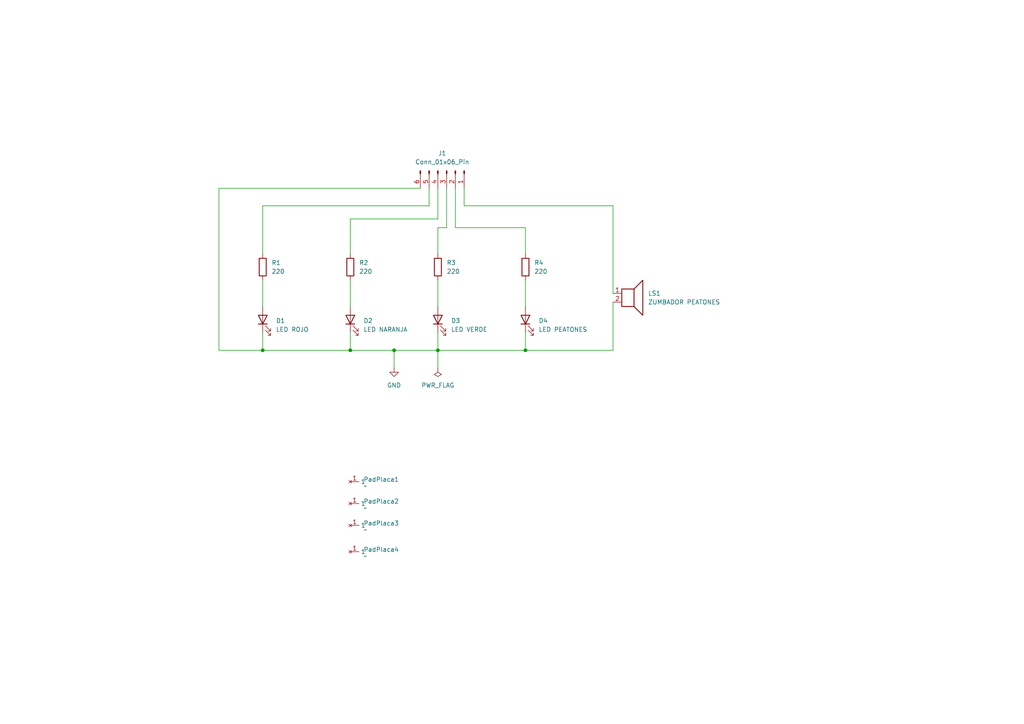
<source format=kicad_sch>
(kicad_sch
	(version 20250114)
	(generator "eeschema")
	(generator_version "9.0")
	(uuid "b26c81b8-7b64-42a2-9ffd-d63d4a1d03e7")
	(paper "A4")
	(title_block
		(title "Simulador semaforo con arduino")
		(date "2025-12-15")
		(rev "1.0")
		(company "Kits de electronica")
	)
	(lib_symbols
		(symbol "Connector:Conn_01x06_Pin"
			(pin_names
				(offset 1.016)
				(hide yes)
			)
			(exclude_from_sim no)
			(in_bom yes)
			(on_board yes)
			(property "Reference" "J"
				(at 0 7.62 0)
				(effects
					(font
						(size 1.27 1.27)
					)
				)
			)
			(property "Value" "Conn_01x06_Pin"
				(at 0 -10.16 0)
				(effects
					(font
						(size 1.27 1.27)
					)
				)
			)
			(property "Footprint" ""
				(at 0 0 0)
				(effects
					(font
						(size 1.27 1.27)
					)
					(hide yes)
				)
			)
			(property "Datasheet" "~"
				(at 0 0 0)
				(effects
					(font
						(size 1.27 1.27)
					)
					(hide yes)
				)
			)
			(property "Description" "Generic connector, single row, 01x06, script generated"
				(at 0 0 0)
				(effects
					(font
						(size 1.27 1.27)
					)
					(hide yes)
				)
			)
			(property "ki_locked" ""
				(at 0 0 0)
				(effects
					(font
						(size 1.27 1.27)
					)
				)
			)
			(property "ki_keywords" "connector"
				(at 0 0 0)
				(effects
					(font
						(size 1.27 1.27)
					)
					(hide yes)
				)
			)
			(property "ki_fp_filters" "Connector*:*_1x??_*"
				(at 0 0 0)
				(effects
					(font
						(size 1.27 1.27)
					)
					(hide yes)
				)
			)
			(symbol "Conn_01x06_Pin_1_1"
				(rectangle
					(start 0.8636 5.207)
					(end 0 4.953)
					(stroke
						(width 0.1524)
						(type default)
					)
					(fill
						(type outline)
					)
				)
				(rectangle
					(start 0.8636 2.667)
					(end 0 2.413)
					(stroke
						(width 0.1524)
						(type default)
					)
					(fill
						(type outline)
					)
				)
				(rectangle
					(start 0.8636 0.127)
					(end 0 -0.127)
					(stroke
						(width 0.1524)
						(type default)
					)
					(fill
						(type outline)
					)
				)
				(rectangle
					(start 0.8636 -2.413)
					(end 0 -2.667)
					(stroke
						(width 0.1524)
						(type default)
					)
					(fill
						(type outline)
					)
				)
				(rectangle
					(start 0.8636 -4.953)
					(end 0 -5.207)
					(stroke
						(width 0.1524)
						(type default)
					)
					(fill
						(type outline)
					)
				)
				(rectangle
					(start 0.8636 -7.493)
					(end 0 -7.747)
					(stroke
						(width 0.1524)
						(type default)
					)
					(fill
						(type outline)
					)
				)
				(polyline
					(pts
						(xy 1.27 5.08) (xy 0.8636 5.08)
					)
					(stroke
						(width 0.1524)
						(type default)
					)
					(fill
						(type none)
					)
				)
				(polyline
					(pts
						(xy 1.27 2.54) (xy 0.8636 2.54)
					)
					(stroke
						(width 0.1524)
						(type default)
					)
					(fill
						(type none)
					)
				)
				(polyline
					(pts
						(xy 1.27 0) (xy 0.8636 0)
					)
					(stroke
						(width 0.1524)
						(type default)
					)
					(fill
						(type none)
					)
				)
				(polyline
					(pts
						(xy 1.27 -2.54) (xy 0.8636 -2.54)
					)
					(stroke
						(width 0.1524)
						(type default)
					)
					(fill
						(type none)
					)
				)
				(polyline
					(pts
						(xy 1.27 -5.08) (xy 0.8636 -5.08)
					)
					(stroke
						(width 0.1524)
						(type default)
					)
					(fill
						(type none)
					)
				)
				(polyline
					(pts
						(xy 1.27 -7.62) (xy 0.8636 -7.62)
					)
					(stroke
						(width 0.1524)
						(type default)
					)
					(fill
						(type none)
					)
				)
				(pin passive line
					(at 5.08 5.08 180)
					(length 3.81)
					(name "Pin_1"
						(effects
							(font
								(size 1.27 1.27)
							)
						)
					)
					(number "1"
						(effects
							(font
								(size 1.27 1.27)
							)
						)
					)
				)
				(pin passive line
					(at 5.08 2.54 180)
					(length 3.81)
					(name "Pin_2"
						(effects
							(font
								(size 1.27 1.27)
							)
						)
					)
					(number "2"
						(effects
							(font
								(size 1.27 1.27)
							)
						)
					)
				)
				(pin passive line
					(at 5.08 0 180)
					(length 3.81)
					(name "Pin_3"
						(effects
							(font
								(size 1.27 1.27)
							)
						)
					)
					(number "3"
						(effects
							(font
								(size 1.27 1.27)
							)
						)
					)
				)
				(pin passive line
					(at 5.08 -2.54 180)
					(length 3.81)
					(name "Pin_4"
						(effects
							(font
								(size 1.27 1.27)
							)
						)
					)
					(number "4"
						(effects
							(font
								(size 1.27 1.27)
							)
						)
					)
				)
				(pin passive line
					(at 5.08 -5.08 180)
					(length 3.81)
					(name "Pin_5"
						(effects
							(font
								(size 1.27 1.27)
							)
						)
					)
					(number "5"
						(effects
							(font
								(size 1.27 1.27)
							)
						)
					)
				)
				(pin passive line
					(at 5.08 -7.62 180)
					(length 3.81)
					(name "Pin_6"
						(effects
							(font
								(size 1.27 1.27)
							)
						)
					)
					(number "6"
						(effects
							(font
								(size 1.27 1.27)
							)
						)
					)
				)
			)
			(embedded_fonts no)
		)
		(symbol "Device:LED"
			(pin_numbers
				(hide yes)
			)
			(pin_names
				(offset 1.016)
				(hide yes)
			)
			(exclude_from_sim no)
			(in_bom yes)
			(on_board yes)
			(property "Reference" "D"
				(at 0 2.54 0)
				(effects
					(font
						(size 1.27 1.27)
					)
				)
			)
			(property "Value" "LED"
				(at 0 -2.54 0)
				(effects
					(font
						(size 1.27 1.27)
					)
				)
			)
			(property "Footprint" ""
				(at 0 0 0)
				(effects
					(font
						(size 1.27 1.27)
					)
					(hide yes)
				)
			)
			(property "Datasheet" "~"
				(at 0 0 0)
				(effects
					(font
						(size 1.27 1.27)
					)
					(hide yes)
				)
			)
			(property "Description" "Light emitting diode"
				(at 0 0 0)
				(effects
					(font
						(size 1.27 1.27)
					)
					(hide yes)
				)
			)
			(property "Sim.Pins" "1=K 2=A"
				(at 0 0 0)
				(effects
					(font
						(size 1.27 1.27)
					)
					(hide yes)
				)
			)
			(property "ki_keywords" "LED diode"
				(at 0 0 0)
				(effects
					(font
						(size 1.27 1.27)
					)
					(hide yes)
				)
			)
			(property "ki_fp_filters" "LED* LED_SMD:* LED_THT:*"
				(at 0 0 0)
				(effects
					(font
						(size 1.27 1.27)
					)
					(hide yes)
				)
			)
			(symbol "LED_0_1"
				(polyline
					(pts
						(xy -3.048 -0.762) (xy -4.572 -2.286) (xy -3.81 -2.286) (xy -4.572 -2.286) (xy -4.572 -1.524)
					)
					(stroke
						(width 0)
						(type default)
					)
					(fill
						(type none)
					)
				)
				(polyline
					(pts
						(xy -1.778 -0.762) (xy -3.302 -2.286) (xy -2.54 -2.286) (xy -3.302 -2.286) (xy -3.302 -1.524)
					)
					(stroke
						(width 0)
						(type default)
					)
					(fill
						(type none)
					)
				)
				(polyline
					(pts
						(xy -1.27 0) (xy 1.27 0)
					)
					(stroke
						(width 0)
						(type default)
					)
					(fill
						(type none)
					)
				)
				(polyline
					(pts
						(xy -1.27 -1.27) (xy -1.27 1.27)
					)
					(stroke
						(width 0.254)
						(type default)
					)
					(fill
						(type none)
					)
				)
				(polyline
					(pts
						(xy 1.27 -1.27) (xy 1.27 1.27) (xy -1.27 0) (xy 1.27 -1.27)
					)
					(stroke
						(width 0.254)
						(type default)
					)
					(fill
						(type none)
					)
				)
			)
			(symbol "LED_1_1"
				(pin passive line
					(at -3.81 0 0)
					(length 2.54)
					(name "K"
						(effects
							(font
								(size 1.27 1.27)
							)
						)
					)
					(number "1"
						(effects
							(font
								(size 1.27 1.27)
							)
						)
					)
				)
				(pin passive line
					(at 3.81 0 180)
					(length 2.54)
					(name "A"
						(effects
							(font
								(size 1.27 1.27)
							)
						)
					)
					(number "2"
						(effects
							(font
								(size 1.27 1.27)
							)
						)
					)
				)
			)
			(embedded_fonts no)
		)
		(symbol "Device:R"
			(pin_numbers
				(hide yes)
			)
			(pin_names
				(offset 0)
			)
			(exclude_from_sim no)
			(in_bom yes)
			(on_board yes)
			(property "Reference" "R"
				(at 2.032 0 90)
				(effects
					(font
						(size 1.27 1.27)
					)
				)
			)
			(property "Value" "R"
				(at 0 0 90)
				(effects
					(font
						(size 1.27 1.27)
					)
				)
			)
			(property "Footprint" ""
				(at -1.778 0 90)
				(effects
					(font
						(size 1.27 1.27)
					)
					(hide yes)
				)
			)
			(property "Datasheet" "~"
				(at 0 0 0)
				(effects
					(font
						(size 1.27 1.27)
					)
					(hide yes)
				)
			)
			(property "Description" "Resistor"
				(at 0 0 0)
				(effects
					(font
						(size 1.27 1.27)
					)
					(hide yes)
				)
			)
			(property "ki_keywords" "R res resistor"
				(at 0 0 0)
				(effects
					(font
						(size 1.27 1.27)
					)
					(hide yes)
				)
			)
			(property "ki_fp_filters" "R_*"
				(at 0 0 0)
				(effects
					(font
						(size 1.27 1.27)
					)
					(hide yes)
				)
			)
			(symbol "R_0_1"
				(rectangle
					(start -1.016 -2.54)
					(end 1.016 2.54)
					(stroke
						(width 0.254)
						(type default)
					)
					(fill
						(type none)
					)
				)
			)
			(symbol "R_1_1"
				(pin passive line
					(at 0 3.81 270)
					(length 1.27)
					(name "~"
						(effects
							(font
								(size 1.27 1.27)
							)
						)
					)
					(number "1"
						(effects
							(font
								(size 1.27 1.27)
							)
						)
					)
				)
				(pin passive line
					(at 0 -3.81 90)
					(length 1.27)
					(name "~"
						(effects
							(font
								(size 1.27 1.27)
							)
						)
					)
					(number "2"
						(effects
							(font
								(size 1.27 1.27)
							)
						)
					)
				)
			)
			(embedded_fonts no)
		)
		(symbol "Device:Speaker"
			(pin_names
				(offset 0)
				(hide yes)
			)
			(exclude_from_sim no)
			(in_bom yes)
			(on_board yes)
			(property "Reference" "LS"
				(at 1.27 5.715 0)
				(effects
					(font
						(size 1.27 1.27)
					)
					(justify right)
				)
			)
			(property "Value" "Speaker"
				(at 1.27 3.81 0)
				(effects
					(font
						(size 1.27 1.27)
					)
					(justify right)
				)
			)
			(property "Footprint" ""
				(at 0 -5.08 0)
				(effects
					(font
						(size 1.27 1.27)
					)
					(hide yes)
				)
			)
			(property "Datasheet" "~"
				(at -0.254 -1.27 0)
				(effects
					(font
						(size 1.27 1.27)
					)
					(hide yes)
				)
			)
			(property "Description" "Speaker"
				(at 0 0 0)
				(effects
					(font
						(size 1.27 1.27)
					)
					(hide yes)
				)
			)
			(property "ki_keywords" "speaker sound"
				(at 0 0 0)
				(effects
					(font
						(size 1.27 1.27)
					)
					(hide yes)
				)
			)
			(symbol "Speaker_0_0"
				(rectangle
					(start -2.54 1.27)
					(end 1.016 -3.81)
					(stroke
						(width 0.254)
						(type default)
					)
					(fill
						(type none)
					)
				)
				(polyline
					(pts
						(xy 1.016 1.27) (xy 3.556 3.81) (xy 3.556 -6.35) (xy 1.016 -3.81)
					)
					(stroke
						(width 0.254)
						(type default)
					)
					(fill
						(type none)
					)
				)
			)
			(symbol "Speaker_1_1"
				(pin input line
					(at -5.08 0 0)
					(length 2.54)
					(name "1"
						(effects
							(font
								(size 1.27 1.27)
							)
						)
					)
					(number "1"
						(effects
							(font
								(size 1.27 1.27)
							)
						)
					)
				)
				(pin input line
					(at -5.08 -2.54 0)
					(length 2.54)
					(name "2"
						(effects
							(font
								(size 1.27 1.27)
							)
						)
					)
					(number "2"
						(effects
							(font
								(size 1.27 1.27)
							)
						)
					)
				)
			)
			(embedded_fonts no)
		)
		(symbol "missimbolos:Pad"
			(exclude_from_sim no)
			(in_bom yes)
			(on_board yes)
			(property "Reference" "PadPlaca"
				(at 0 0 0)
				(effects
					(font
						(size 1.27 1.27)
					)
				)
			)
			(property "Value" ""
				(at 0 0 0)
				(effects
					(font
						(size 1.27 1.27)
					)
				)
			)
			(property "Footprint" ""
				(at 0 0 0)
				(effects
					(font
						(size 1.27 1.27)
					)
					(hide yes)
				)
			)
			(property "Datasheet" ""
				(at 0 0 0)
				(effects
					(font
						(size 1.27 1.27)
					)
					(hide yes)
				)
			)
			(property "Description" ""
				(at 0 0 0)
				(effects
					(font
						(size 1.27 1.27)
					)
					(hide yes)
				)
			)
			(symbol "Pad_1_1"
				(pin no_connect line
					(at 0 -1.27 0)
					(length 2.54)
					(name "1"
						(effects
							(font
								(size 1.27 1.27)
							)
						)
					)
					(number "1"
						(effects
							(font
								(size 1.27 1.27)
							)
						)
					)
				)
			)
			(embedded_fonts no)
		)
		(symbol "power:GND"
			(power)
			(pin_numbers
				(hide yes)
			)
			(pin_names
				(offset 0)
				(hide yes)
			)
			(exclude_from_sim no)
			(in_bom yes)
			(on_board yes)
			(property "Reference" "#PWR"
				(at 0 -6.35 0)
				(effects
					(font
						(size 1.27 1.27)
					)
					(hide yes)
				)
			)
			(property "Value" "GND"
				(at 0 -3.81 0)
				(effects
					(font
						(size 1.27 1.27)
					)
				)
			)
			(property "Footprint" ""
				(at 0 0 0)
				(effects
					(font
						(size 1.27 1.27)
					)
					(hide yes)
				)
			)
			(property "Datasheet" ""
				(at 0 0 0)
				(effects
					(font
						(size 1.27 1.27)
					)
					(hide yes)
				)
			)
			(property "Description" "Power symbol creates a global label with name \"GND\" , ground"
				(at 0 0 0)
				(effects
					(font
						(size 1.27 1.27)
					)
					(hide yes)
				)
			)
			(property "ki_keywords" "global power"
				(at 0 0 0)
				(effects
					(font
						(size 1.27 1.27)
					)
					(hide yes)
				)
			)
			(symbol "GND_0_1"
				(polyline
					(pts
						(xy 0 0) (xy 0 -1.27) (xy 1.27 -1.27) (xy 0 -2.54) (xy -1.27 -1.27) (xy 0 -1.27)
					)
					(stroke
						(width 0)
						(type default)
					)
					(fill
						(type none)
					)
				)
			)
			(symbol "GND_1_1"
				(pin power_in line
					(at 0 0 270)
					(length 0)
					(name "~"
						(effects
							(font
								(size 1.27 1.27)
							)
						)
					)
					(number "1"
						(effects
							(font
								(size 1.27 1.27)
							)
						)
					)
				)
			)
			(embedded_fonts no)
		)
		(symbol "power:PWR_FLAG"
			(power)
			(pin_numbers
				(hide yes)
			)
			(pin_names
				(offset 0)
				(hide yes)
			)
			(exclude_from_sim no)
			(in_bom yes)
			(on_board yes)
			(property "Reference" "#FLG"
				(at 0 1.905 0)
				(effects
					(font
						(size 1.27 1.27)
					)
					(hide yes)
				)
			)
			(property "Value" "PWR_FLAG"
				(at 0 3.81 0)
				(effects
					(font
						(size 1.27 1.27)
					)
				)
			)
			(property "Footprint" ""
				(at 0 0 0)
				(effects
					(font
						(size 1.27 1.27)
					)
					(hide yes)
				)
			)
			(property "Datasheet" "~"
				(at 0 0 0)
				(effects
					(font
						(size 1.27 1.27)
					)
					(hide yes)
				)
			)
			(property "Description" "Special symbol for telling ERC where power comes from"
				(at 0 0 0)
				(effects
					(font
						(size 1.27 1.27)
					)
					(hide yes)
				)
			)
			(property "ki_keywords" "flag power"
				(at 0 0 0)
				(effects
					(font
						(size 1.27 1.27)
					)
					(hide yes)
				)
			)
			(symbol "PWR_FLAG_0_0"
				(pin power_out line
					(at 0 0 90)
					(length 0)
					(name "~"
						(effects
							(font
								(size 1.27 1.27)
							)
						)
					)
					(number "1"
						(effects
							(font
								(size 1.27 1.27)
							)
						)
					)
				)
			)
			(symbol "PWR_FLAG_0_1"
				(polyline
					(pts
						(xy 0 0) (xy 0 1.27) (xy -1.016 1.905) (xy 0 2.54) (xy 1.016 1.905) (xy 0 1.27)
					)
					(stroke
						(width 0)
						(type default)
					)
					(fill
						(type none)
					)
				)
			)
			(embedded_fonts no)
		)
	)
	(junction
		(at 152.4 101.6)
		(diameter 0)
		(color 0 0 0 0)
		(uuid "039a34e4-a256-4ae6-abc4-bab5fef959d5")
	)
	(junction
		(at 114.3 101.6)
		(diameter 0)
		(color 0 0 0 0)
		(uuid "3a906017-ef8e-447e-8bea-f3ac2515b270")
	)
	(junction
		(at 76.2 101.6)
		(diameter 0)
		(color 0 0 0 0)
		(uuid "3f1633ae-2280-41a2-bdb7-2633493d9dde")
	)
	(junction
		(at 127 101.6)
		(diameter 0)
		(color 0 0 0 0)
		(uuid "43e18dcb-16cf-46d7-81ca-884b11500032")
	)
	(junction
		(at 101.6 101.6)
		(diameter 0)
		(color 0 0 0 0)
		(uuid "76a410ce-a66a-4489-aa22-9fce1918d108")
	)
	(wire
		(pts
			(xy 132.08 66.04) (xy 152.4 66.04)
		)
		(stroke
			(width 0)
			(type default)
		)
		(uuid "1d584c54-4ccf-4aeb-a9dc-0505f824ab76")
	)
	(wire
		(pts
			(xy 127 101.6) (xy 127 106.68)
		)
		(stroke
			(width 0)
			(type default)
		)
		(uuid "1da336e1-5f7c-4b0b-bb95-91cb4ced400a")
	)
	(wire
		(pts
			(xy 177.8 87.63) (xy 177.8 101.6)
		)
		(stroke
			(width 0)
			(type default)
		)
		(uuid "1e63ef30-8caa-40e1-b897-335144eeedbd")
	)
	(wire
		(pts
			(xy 127 54.61) (xy 127 63.5)
		)
		(stroke
			(width 0)
			(type default)
		)
		(uuid "234d3bf7-8d6b-422a-8073-f661e5d1c1bc")
	)
	(wire
		(pts
			(xy 134.62 54.61) (xy 134.62 59.69)
		)
		(stroke
			(width 0)
			(type default)
		)
		(uuid "249aba6c-4f18-47f9-b33a-41acef34f97f")
	)
	(wire
		(pts
			(xy 132.08 54.61) (xy 132.08 66.04)
		)
		(stroke
			(width 0)
			(type default)
		)
		(uuid "2667c543-1d93-4930-99dd-8030bf36fdd9")
	)
	(wire
		(pts
			(xy 127 63.5) (xy 101.6 63.5)
		)
		(stroke
			(width 0)
			(type default)
		)
		(uuid "26684380-52c0-459f-a8a2-f32709c4f279")
	)
	(wire
		(pts
			(xy 177.8 59.69) (xy 177.8 85.09)
		)
		(stroke
			(width 0)
			(type default)
		)
		(uuid "2856400c-2894-4d0d-832b-e461ae1f441a")
	)
	(wire
		(pts
			(xy 101.6 101.6) (xy 114.3 101.6)
		)
		(stroke
			(width 0)
			(type default)
		)
		(uuid "30a39db5-2543-4eed-8678-f179abc4ee53")
	)
	(wire
		(pts
			(xy 121.92 54.61) (xy 63.5 54.61)
		)
		(stroke
			(width 0)
			(type default)
		)
		(uuid "43a42fbe-6f66-44e7-8085-2493195f9276")
	)
	(wire
		(pts
			(xy 63.5 101.6) (xy 76.2 101.6)
		)
		(stroke
			(width 0)
			(type default)
		)
		(uuid "5dc33b1a-1e61-41af-acdc-74a66ac57fd0")
	)
	(wire
		(pts
			(xy 127 81.28) (xy 127 88.9)
		)
		(stroke
			(width 0)
			(type default)
		)
		(uuid "5f38d709-f0be-4ba7-bac3-b09b25670cf3")
	)
	(wire
		(pts
			(xy 101.6 96.52) (xy 101.6 101.6)
		)
		(stroke
			(width 0)
			(type default)
		)
		(uuid "5fcc768a-c68f-4ded-8783-811e5a60b184")
	)
	(wire
		(pts
			(xy 114.3 101.6) (xy 114.3 106.68)
		)
		(stroke
			(width 0)
			(type default)
		)
		(uuid "62f18bc3-4f94-472a-94df-73b15858b40e")
	)
	(wire
		(pts
			(xy 124.46 59.69) (xy 76.2 59.69)
		)
		(stroke
			(width 0)
			(type default)
		)
		(uuid "6b60211c-42bc-491b-871e-a6fc6d4e2f2a")
	)
	(wire
		(pts
			(xy 124.46 54.61) (xy 124.46 59.69)
		)
		(stroke
			(width 0)
			(type default)
		)
		(uuid "76cd3347-e423-48c0-ace7-33630c261515")
	)
	(wire
		(pts
			(xy 152.4 101.6) (xy 177.8 101.6)
		)
		(stroke
			(width 0)
			(type default)
		)
		(uuid "842a6b46-dfbf-4e34-bffe-7bbc01ef56e9")
	)
	(wire
		(pts
			(xy 114.3 101.6) (xy 127 101.6)
		)
		(stroke
			(width 0)
			(type default)
		)
		(uuid "8c695c9d-2a9d-445e-8d3a-4c86641a47b3")
	)
	(wire
		(pts
			(xy 134.62 59.69) (xy 177.8 59.69)
		)
		(stroke
			(width 0)
			(type default)
		)
		(uuid "9771aa45-49e8-4008-94b9-560fe1374d21")
	)
	(wire
		(pts
			(xy 63.5 54.61) (xy 63.5 101.6)
		)
		(stroke
			(width 0)
			(type default)
		)
		(uuid "98b0d455-b265-4823-a79f-136db3a70911")
	)
	(wire
		(pts
			(xy 152.4 101.6) (xy 152.4 96.52)
		)
		(stroke
			(width 0)
			(type default)
		)
		(uuid "9bf7a2e5-dd2c-4245-ab84-28ac656515a9")
	)
	(wire
		(pts
			(xy 76.2 101.6) (xy 101.6 101.6)
		)
		(stroke
			(width 0)
			(type default)
		)
		(uuid "a26ae71d-f7fc-4017-9503-b40a007dd481")
	)
	(wire
		(pts
			(xy 76.2 96.52) (xy 76.2 101.6)
		)
		(stroke
			(width 0)
			(type default)
		)
		(uuid "a5af038d-3f7d-4cc1-a0d2-21bd4a65a603")
	)
	(wire
		(pts
			(xy 76.2 59.69) (xy 76.2 73.66)
		)
		(stroke
			(width 0)
			(type default)
		)
		(uuid "b0fd42b5-45cb-4cfb-b33b-28edb9850a94")
	)
	(wire
		(pts
			(xy 129.54 54.61) (xy 129.54 66.04)
		)
		(stroke
			(width 0)
			(type default)
		)
		(uuid "b7505f00-b7bc-4cfe-9ecb-e20c0f74b4f2")
	)
	(wire
		(pts
			(xy 152.4 66.04) (xy 152.4 73.66)
		)
		(stroke
			(width 0)
			(type default)
		)
		(uuid "bb49451a-3483-4adc-8fb3-3def884f745a")
	)
	(wire
		(pts
			(xy 76.2 81.28) (xy 76.2 88.9)
		)
		(stroke
			(width 0)
			(type default)
		)
		(uuid "bd40f5e4-aa4d-4f74-9cfe-efbdd6b37ef6")
	)
	(wire
		(pts
			(xy 127 96.52) (xy 127 101.6)
		)
		(stroke
			(width 0)
			(type default)
		)
		(uuid "c1bb0956-614f-47f5-95ac-502e0fbb957f")
	)
	(wire
		(pts
			(xy 127 101.6) (xy 152.4 101.6)
		)
		(stroke
			(width 0)
			(type default)
		)
		(uuid "c35fd194-b894-40e0-ab37-8dbbaffe5b15")
	)
	(wire
		(pts
			(xy 101.6 81.28) (xy 101.6 88.9)
		)
		(stroke
			(width 0)
			(type default)
		)
		(uuid "c7531bd7-68dd-4e95-a775-ff2615739250")
	)
	(wire
		(pts
			(xy 152.4 81.28) (xy 152.4 88.9)
		)
		(stroke
			(width 0)
			(type default)
		)
		(uuid "cd7d9164-2c6e-44f0-b436-957f9ce36774")
	)
	(wire
		(pts
			(xy 101.6 63.5) (xy 101.6 73.66)
		)
		(stroke
			(width 0)
			(type default)
		)
		(uuid "cecd83d8-2c8d-4adc-a0a9-8bde80937cf1")
	)
	(wire
		(pts
			(xy 127 66.04) (xy 127 73.66)
		)
		(stroke
			(width 0)
			(type default)
		)
		(uuid "d0de20e9-1add-4b01-8902-a92806ea4686")
	)
	(wire
		(pts
			(xy 129.54 66.04) (xy 127 66.04)
		)
		(stroke
			(width 0)
			(type default)
		)
		(uuid "f2f3f13a-eba2-4c6f-805f-2c05a46c811c")
	)
	(symbol
		(lib_id "missimbolos:Pad")
		(at 101.6 151.13 0)
		(unit 1)
		(exclude_from_sim no)
		(in_bom yes)
		(on_board yes)
		(dnp no)
		(fields_autoplaced yes)
		(uuid "06ae700e-b458-4b13-9659-ff3484c24b4c")
		(property "Reference" "PadPlaca3"
			(at 105.41 151.7649 0)
			(effects
				(font
					(size 1.27 1.27)
				)
				(justify left)
			)
		)
		(property "Value" "~"
			(at 105.41 153.67 0)
			(effects
				(font
					(size 1.27 1.27)
				)
				(justify left)
			)
		)
		(property "Footprint" "missimbolos:pad"
			(at 101.6 151.13 0)
			(effects
				(font
					(size 1.27 1.27)
				)
				(hide yes)
			)
		)
		(property "Datasheet" ""
			(at 101.6 151.13 0)
			(effects
				(font
					(size 1.27 1.27)
				)
				(hide yes)
			)
		)
		(property "Description" ""
			(at 101.6 151.13 0)
			(effects
				(font
					(size 1.27 1.27)
				)
				(hide yes)
			)
		)
		(pin "1"
			(uuid "7523d52f-78ac-4762-8a3d-59f155816e6d")
		)
		(instances
			(project ""
				(path "/b26c81b8-7b64-42a2-9ffd-d63d4a1d03e7"
					(reference "PadPlaca3")
					(unit 1)
				)
			)
		)
	)
	(symbol
		(lib_id "missimbolos:Pad")
		(at 101.6 144.78 0)
		(unit 1)
		(exclude_from_sim no)
		(in_bom yes)
		(on_board yes)
		(dnp no)
		(fields_autoplaced yes)
		(uuid "0e4d58ba-c36c-4f98-a70d-aecfb9db141e")
		(property "Reference" "PadPlaca2"
			(at 105.41 145.4149 0)
			(effects
				(font
					(size 1.27 1.27)
				)
				(justify left)
			)
		)
		(property "Value" "~"
			(at 105.41 147.32 0)
			(effects
				(font
					(size 1.27 1.27)
				)
				(justify left)
			)
		)
		(property "Footprint" "missimbolos:pad"
			(at 101.6 144.78 0)
			(effects
				(font
					(size 1.27 1.27)
				)
				(hide yes)
			)
		)
		(property "Datasheet" ""
			(at 101.6 144.78 0)
			(effects
				(font
					(size 1.27 1.27)
				)
				(hide yes)
			)
		)
		(property "Description" ""
			(at 101.6 144.78 0)
			(effects
				(font
					(size 1.27 1.27)
				)
				(hide yes)
			)
		)
		(pin "1"
			(uuid "2a8beb95-a674-4d13-a7fa-1e051a5e93c0")
		)
		(instances
			(project ""
				(path "/b26c81b8-7b64-42a2-9ffd-d63d4a1d03e7"
					(reference "PadPlaca2")
					(unit 1)
				)
			)
		)
	)
	(symbol
		(lib_id "power:GND")
		(at 114.3 106.68 0)
		(unit 1)
		(exclude_from_sim no)
		(in_bom yes)
		(on_board yes)
		(dnp no)
		(fields_autoplaced yes)
		(uuid "35540b9d-c796-454c-a09c-dea2b66bb860")
		(property "Reference" "#PWR01"
			(at 114.3 113.03 0)
			(effects
				(font
					(size 1.27 1.27)
				)
				(hide yes)
			)
		)
		(property "Value" "GND"
			(at 114.3 111.76 0)
			(effects
				(font
					(size 1.27 1.27)
				)
			)
		)
		(property "Footprint" ""
			(at 114.3 106.68 0)
			(effects
				(font
					(size 1.27 1.27)
				)
				(hide yes)
			)
		)
		(property "Datasheet" ""
			(at 114.3 106.68 0)
			(effects
				(font
					(size 1.27 1.27)
				)
				(hide yes)
			)
		)
		(property "Description" "Power symbol creates a global label with name \"GND\" , ground"
			(at 114.3 106.68 0)
			(effects
				(font
					(size 1.27 1.27)
				)
				(hide yes)
			)
		)
		(pin "1"
			(uuid "eadbb426-111c-4bc3-ab29-441fbc2f4c39")
		)
		(instances
			(project ""
				(path "/b26c81b8-7b64-42a2-9ffd-d63d4a1d03e7"
					(reference "#PWR01")
					(unit 1)
				)
			)
		)
	)
	(symbol
		(lib_id "Device:R")
		(at 76.2 77.47 0)
		(unit 1)
		(exclude_from_sim no)
		(in_bom yes)
		(on_board yes)
		(dnp no)
		(fields_autoplaced yes)
		(uuid "396c8db5-abe6-4a3c-844c-36a10a2ff0c6")
		(property "Reference" "R1"
			(at 78.74 76.1999 0)
			(effects
				(font
					(size 1.27 1.27)
				)
				(justify left)
			)
		)
		(property "Value" "220"
			(at 78.74 78.7399 0)
			(effects
				(font
					(size 1.27 1.27)
				)
				(justify left)
			)
		)
		(property "Footprint" "Resistor_THT:R_Axial_DIN0207_L6.3mm_D2.5mm_P15.24mm_Horizontal"
			(at 74.422 77.47 90)
			(effects
				(font
					(size 1.27 1.27)
				)
				(hide yes)
			)
		)
		(property "Datasheet" "~"
			(at 76.2 77.47 0)
			(effects
				(font
					(size 1.27 1.27)
				)
				(hide yes)
			)
		)
		(property "Description" "Resistor"
			(at 76.2 77.47 0)
			(effects
				(font
					(size 1.27 1.27)
				)
				(hide yes)
			)
		)
		(pin "2"
			(uuid "7e26e9dc-5153-4a34-9066-fb0f75a6b884")
		)
		(pin "1"
			(uuid "d95d6ca1-9939-4760-8ded-b84176e28ca6")
		)
		(instances
			(project ""
				(path "/b26c81b8-7b64-42a2-9ffd-d63d4a1d03e7"
					(reference "R1")
					(unit 1)
				)
			)
		)
	)
	(symbol
		(lib_id "power:PWR_FLAG")
		(at 127 106.68 180)
		(unit 1)
		(exclude_from_sim no)
		(in_bom yes)
		(on_board yes)
		(dnp no)
		(fields_autoplaced yes)
		(uuid "4a2b36f5-39fc-4917-8ac3-7e18683eb537")
		(property "Reference" "#FLG01"
			(at 127 108.585 0)
			(effects
				(font
					(size 1.27 1.27)
				)
				(hide yes)
			)
		)
		(property "Value" "PWR_FLAG"
			(at 127 111.76 0)
			(effects
				(font
					(size 1.27 1.27)
				)
			)
		)
		(property "Footprint" ""
			(at 127 106.68 0)
			(effects
				(font
					(size 1.27 1.27)
				)
				(hide yes)
			)
		)
		(property "Datasheet" "~"
			(at 127 106.68 0)
			(effects
				(font
					(size 1.27 1.27)
				)
				(hide yes)
			)
		)
		(property "Description" "Special symbol for telling ERC where power comes from"
			(at 127 106.68 0)
			(effects
				(font
					(size 1.27 1.27)
				)
				(hide yes)
			)
		)
		(pin "1"
			(uuid "a2b3ec02-ae62-4027-b41b-4bad2a79e7d7")
		)
		(instances
			(project ""
				(path "/b26c81b8-7b64-42a2-9ffd-d63d4a1d03e7"
					(reference "#FLG01")
					(unit 1)
				)
			)
		)
	)
	(symbol
		(lib_id "Device:LED")
		(at 127 92.71 90)
		(unit 1)
		(exclude_from_sim no)
		(in_bom yes)
		(on_board yes)
		(dnp no)
		(fields_autoplaced yes)
		(uuid "7c8a712c-5129-468e-8f52-ac1cc6840c2f")
		(property "Reference" "D3"
			(at 130.81 93.0274 90)
			(effects
				(font
					(size 1.27 1.27)
				)
				(justify right)
			)
		)
		(property "Value" "LED VERDE"
			(at 130.81 95.5674 90)
			(effects
				(font
					(size 1.27 1.27)
				)
				(justify right)
			)
		)
		(property "Footprint" "LED_THT:LED_D5.0mm"
			(at 127 92.71 0)
			(effects
				(font
					(size 1.27 1.27)
				)
				(hide yes)
			)
		)
		(property "Datasheet" "~"
			(at 127 92.71 0)
			(effects
				(font
					(size 1.27 1.27)
				)
				(hide yes)
			)
		)
		(property "Description" "Light emitting diode"
			(at 127 92.71 0)
			(effects
				(font
					(size 1.27 1.27)
				)
				(hide yes)
			)
		)
		(property "Sim.Pins" "1=K 2=A"
			(at 127 92.71 0)
			(effects
				(font
					(size 1.27 1.27)
				)
				(hide yes)
			)
		)
		(pin "2"
			(uuid "98cdd2f5-4783-455b-86fd-5addbbff8638")
		)
		(pin "1"
			(uuid "873c5ad8-e1c7-4758-ac6b-2d9eb58635c6")
		)
		(instances
			(project ""
				(path "/b26c81b8-7b64-42a2-9ffd-d63d4a1d03e7"
					(reference "D3")
					(unit 1)
				)
			)
		)
	)
	(symbol
		(lib_id "missimbolos:Pad")
		(at 101.6 138.43 0)
		(unit 1)
		(exclude_from_sim no)
		(in_bom yes)
		(on_board yes)
		(dnp no)
		(fields_autoplaced yes)
		(uuid "88b6d3eb-01b7-49f1-9081-6ca09315eb4e")
		(property "Reference" "PadPlaca1"
			(at 105.41 139.0649 0)
			(effects
				(font
					(size 1.27 1.27)
				)
				(justify left)
			)
		)
		(property "Value" "~"
			(at 105.41 140.97 0)
			(effects
				(font
					(size 1.27 1.27)
				)
				(justify left)
			)
		)
		(property "Footprint" "missimbolos:pad"
			(at 101.6 138.43 0)
			(effects
				(font
					(size 1.27 1.27)
				)
				(hide yes)
			)
		)
		(property "Datasheet" ""
			(at 101.6 138.43 0)
			(effects
				(font
					(size 1.27 1.27)
				)
				(hide yes)
			)
		)
		(property "Description" ""
			(at 101.6 138.43 0)
			(effects
				(font
					(size 1.27 1.27)
				)
				(hide yes)
			)
		)
		(pin "1"
			(uuid "dc00928c-f93d-4e31-8b60-3092cd459776")
		)
		(instances
			(project ""
				(path "/b26c81b8-7b64-42a2-9ffd-d63d4a1d03e7"
					(reference "PadPlaca1")
					(unit 1)
				)
			)
		)
	)
	(symbol
		(lib_id "Device:Speaker")
		(at 182.88 85.09 0)
		(unit 1)
		(exclude_from_sim no)
		(in_bom yes)
		(on_board yes)
		(dnp no)
		(fields_autoplaced yes)
		(uuid "8b097f34-5b39-4f74-8931-86bc83519ea0")
		(property "Reference" "LS1"
			(at 187.96 85.0899 0)
			(effects
				(font
					(size 1.27 1.27)
				)
				(justify left)
			)
		)
		(property "Value" "ZUMBADOR PEATONES"
			(at 187.96 87.6299 0)
			(effects
				(font
					(size 1.27 1.27)
				)
				(justify left)
			)
		)
		(property "Footprint" "Connector_PinHeader_2.00mm:PinHeader_1x02_P2.00mm_Vertical"
			(at 182.88 90.17 0)
			(effects
				(font
					(size 1.27 1.27)
				)
				(hide yes)
			)
		)
		(property "Datasheet" "~"
			(at 182.626 86.36 0)
			(effects
				(font
					(size 1.27 1.27)
				)
				(hide yes)
			)
		)
		(property "Description" "Speaker"
			(at 182.88 85.09 0)
			(effects
				(font
					(size 1.27 1.27)
				)
				(hide yes)
			)
		)
		(pin "1"
			(uuid "1a6cf340-3a4c-4d7f-bbd5-d32d0d7d3830")
		)
		(pin "2"
			(uuid "f8684176-9881-4d69-bf16-d6a75355c044")
		)
		(instances
			(project ""
				(path "/b26c81b8-7b64-42a2-9ffd-d63d4a1d03e7"
					(reference "LS1")
					(unit 1)
				)
			)
		)
	)
	(symbol
		(lib_id "missimbolos:Pad")
		(at 101.6 158.75 0)
		(unit 1)
		(exclude_from_sim no)
		(in_bom yes)
		(on_board yes)
		(dnp no)
		(fields_autoplaced yes)
		(uuid "9a2146c9-4961-4f95-9f72-d289c8283616")
		(property "Reference" "PadPlaca4"
			(at 105.41 159.3849 0)
			(effects
				(font
					(size 1.27 1.27)
				)
				(justify left)
			)
		)
		(property "Value" "~"
			(at 105.41 161.29 0)
			(effects
				(font
					(size 1.27 1.27)
				)
				(justify left)
			)
		)
		(property "Footprint" "missimbolos:pad"
			(at 101.6 158.75 0)
			(effects
				(font
					(size 1.27 1.27)
				)
				(hide yes)
			)
		)
		(property "Datasheet" ""
			(at 101.6 158.75 0)
			(effects
				(font
					(size 1.27 1.27)
				)
				(hide yes)
			)
		)
		(property "Description" ""
			(at 101.6 158.75 0)
			(effects
				(font
					(size 1.27 1.27)
				)
				(hide yes)
			)
		)
		(pin "1"
			(uuid "252a94d2-4e99-47fb-857a-ca8ea983dff1")
		)
		(instances
			(project ""
				(path "/b26c81b8-7b64-42a2-9ffd-d63d4a1d03e7"
					(reference "PadPlaca4")
					(unit 1)
				)
			)
		)
	)
	(symbol
		(lib_id "Device:R")
		(at 152.4 77.47 0)
		(unit 1)
		(exclude_from_sim no)
		(in_bom yes)
		(on_board yes)
		(dnp no)
		(fields_autoplaced yes)
		(uuid "9c5ca81c-719c-4411-b8da-b003d5ceac10")
		(property "Reference" "R4"
			(at 154.94 76.1999 0)
			(effects
				(font
					(size 1.27 1.27)
				)
				(justify left)
			)
		)
		(property "Value" "220"
			(at 154.94 78.7399 0)
			(effects
				(font
					(size 1.27 1.27)
				)
				(justify left)
			)
		)
		(property "Footprint" "Resistor_THT:R_Axial_DIN0207_L6.3mm_D2.5mm_P15.24mm_Horizontal"
			(at 150.622 77.47 90)
			(effects
				(font
					(size 1.27 1.27)
				)
				(hide yes)
			)
		)
		(property "Datasheet" "~"
			(at 152.4 77.47 0)
			(effects
				(font
					(size 1.27 1.27)
				)
				(hide yes)
			)
		)
		(property "Description" "Resistor"
			(at 152.4 77.47 0)
			(effects
				(font
					(size 1.27 1.27)
				)
				(hide yes)
			)
		)
		(pin "2"
			(uuid "32689fd0-2631-408e-8361-d93320196dc5")
		)
		(pin "1"
			(uuid "1dea1c5f-ad45-4c6b-bf5e-f1ba4ec9caf1")
		)
		(instances
			(project ""
				(path "/b26c81b8-7b64-42a2-9ffd-d63d4a1d03e7"
					(reference "R4")
					(unit 1)
				)
			)
		)
	)
	(symbol
		(lib_id "Connector:Conn_01x06_Pin")
		(at 129.54 49.53 270)
		(unit 1)
		(exclude_from_sim no)
		(in_bom yes)
		(on_board yes)
		(dnp no)
		(fields_autoplaced yes)
		(uuid "9ef06edf-ce97-4385-921f-f79acae2270d")
		(property "Reference" "J1"
			(at 128.27 44.45 90)
			(effects
				(font
					(size 1.27 1.27)
				)
			)
		)
		(property "Value" "Conn_01x06_Pin"
			(at 128.27 46.99 90)
			(effects
				(font
					(size 1.27 1.27)
				)
			)
		)
		(property "Footprint" "Connector_PinHeader_2.00mm:PinHeader_1x06_P2.00mm_Vertical"
			(at 129.54 49.53 0)
			(effects
				(font
					(size 1.27 1.27)
				)
				(hide yes)
			)
		)
		(property "Datasheet" "~"
			(at 129.54 49.53 0)
			(effects
				(font
					(size 1.27 1.27)
				)
				(hide yes)
			)
		)
		(property "Description" "Generic connector, single row, 01x06, script generated"
			(at 129.54 49.53 0)
			(effects
				(font
					(size 1.27 1.27)
				)
				(hide yes)
			)
		)
		(pin "1"
			(uuid "b1dfe220-c425-4fc2-840d-92c76ead4944")
		)
		(pin "3"
			(uuid "f916de1d-d42c-43e1-b8bc-531d2f71a6db")
		)
		(pin "4"
			(uuid "cb2af8b7-8f66-47d0-9df0-40b2e983cdba")
		)
		(pin "2"
			(uuid "ea805f02-719b-4766-ad87-5b23f7eb7e3c")
		)
		(pin "6"
			(uuid "fb2dd502-9c5f-4147-9f48-d8f181853564")
		)
		(pin "5"
			(uuid "0ef72163-fdac-43da-8523-57d7586c5bd4")
		)
		(instances
			(project ""
				(path "/b26c81b8-7b64-42a2-9ffd-d63d4a1d03e7"
					(reference "J1")
					(unit 1)
				)
			)
		)
	)
	(symbol
		(lib_id "Device:R")
		(at 101.6 77.47 0)
		(unit 1)
		(exclude_from_sim no)
		(in_bom yes)
		(on_board yes)
		(dnp no)
		(fields_autoplaced yes)
		(uuid "b0cf3bc1-a035-4f22-8594-57c02773f0e1")
		(property "Reference" "R2"
			(at 104.14 76.1999 0)
			(effects
				(font
					(size 1.27 1.27)
				)
				(justify left)
			)
		)
		(property "Value" "220"
			(at 104.14 78.7399 0)
			(effects
				(font
					(size 1.27 1.27)
				)
				(justify left)
			)
		)
		(property "Footprint" "Resistor_THT:R_Axial_DIN0207_L6.3mm_D2.5mm_P15.24mm_Horizontal"
			(at 99.822 77.47 90)
			(effects
				(font
					(size 1.27 1.27)
				)
				(hide yes)
			)
		)
		(property "Datasheet" "~"
			(at 101.6 77.47 0)
			(effects
				(font
					(size 1.27 1.27)
				)
				(hide yes)
			)
		)
		(property "Description" "Resistor"
			(at 101.6 77.47 0)
			(effects
				(font
					(size 1.27 1.27)
				)
				(hide yes)
			)
		)
		(pin "2"
			(uuid "6c2a05ec-833d-44da-8b4a-5a5bd18742ea")
		)
		(pin "1"
			(uuid "105c4c57-a7f7-4874-a095-7763138aea25")
		)
		(instances
			(project ""
				(path "/b26c81b8-7b64-42a2-9ffd-d63d4a1d03e7"
					(reference "R2")
					(unit 1)
				)
			)
		)
	)
	(symbol
		(lib_id "Device:R")
		(at 127 77.47 0)
		(unit 1)
		(exclude_from_sim no)
		(in_bom yes)
		(on_board yes)
		(dnp no)
		(fields_autoplaced yes)
		(uuid "d0919ad7-4355-42ae-af26-dc63a06772a2")
		(property "Reference" "R3"
			(at 129.54 76.1999 0)
			(effects
				(font
					(size 1.27 1.27)
				)
				(justify left)
			)
		)
		(property "Value" "220"
			(at 129.54 78.7399 0)
			(effects
				(font
					(size 1.27 1.27)
				)
				(justify left)
			)
		)
		(property "Footprint" "Resistor_THT:R_Axial_DIN0207_L6.3mm_D2.5mm_P15.24mm_Horizontal"
			(at 125.222 77.47 90)
			(effects
				(font
					(size 1.27 1.27)
				)
				(hide yes)
			)
		)
		(property "Datasheet" "~"
			(at 127 77.47 0)
			(effects
				(font
					(size 1.27 1.27)
				)
				(hide yes)
			)
		)
		(property "Description" "Resistor"
			(at 127 77.47 0)
			(effects
				(font
					(size 1.27 1.27)
				)
				(hide yes)
			)
		)
		(pin "2"
			(uuid "60b0282a-8805-4a19-bcc9-36a664123cfe")
		)
		(pin "1"
			(uuid "582600d1-f27d-48c7-9f2d-dd40c8dd2b53")
		)
		(instances
			(project ""
				(path "/b26c81b8-7b64-42a2-9ffd-d63d4a1d03e7"
					(reference "R3")
					(unit 1)
				)
			)
		)
	)
	(symbol
		(lib_id "Device:LED")
		(at 101.6 92.71 90)
		(unit 1)
		(exclude_from_sim no)
		(in_bom yes)
		(on_board yes)
		(dnp no)
		(fields_autoplaced yes)
		(uuid "e7ef94f0-a5a8-4154-ae95-d1a57e545172")
		(property "Reference" "D2"
			(at 105.41 93.0274 90)
			(effects
				(font
					(size 1.27 1.27)
				)
				(justify right)
			)
		)
		(property "Value" "LED NARANJA"
			(at 105.41 95.5674 90)
			(effects
				(font
					(size 1.27 1.27)
				)
				(justify right)
			)
		)
		(property "Footprint" "LED_THT:LED_D5.0mm"
			(at 101.6 92.71 0)
			(effects
				(font
					(size 1.27 1.27)
				)
				(hide yes)
			)
		)
		(property "Datasheet" "~"
			(at 101.6 92.71 0)
			(effects
				(font
					(size 1.27 1.27)
				)
				(hide yes)
			)
		)
		(property "Description" "Light emitting diode"
			(at 101.6 92.71 0)
			(effects
				(font
					(size 1.27 1.27)
				)
				(hide yes)
			)
		)
		(property "Sim.Pins" "1=K 2=A"
			(at 101.6 92.71 0)
			(effects
				(font
					(size 1.27 1.27)
				)
				(hide yes)
			)
		)
		(pin "2"
			(uuid "92e88838-ff2b-4f9a-bfbe-f76286fd73fa")
		)
		(pin "1"
			(uuid "555dae9b-2231-4ac7-8dab-4d54e467b530")
		)
		(instances
			(project ""
				(path "/b26c81b8-7b64-42a2-9ffd-d63d4a1d03e7"
					(reference "D2")
					(unit 1)
				)
			)
		)
	)
	(symbol
		(lib_id "Device:LED")
		(at 152.4 92.71 90)
		(unit 1)
		(exclude_from_sim no)
		(in_bom yes)
		(on_board yes)
		(dnp no)
		(fields_autoplaced yes)
		(uuid "f755d857-615f-4df5-9549-8345e122c1a6")
		(property "Reference" "D4"
			(at 156.21 93.0274 90)
			(effects
				(font
					(size 1.27 1.27)
				)
				(justify right)
			)
		)
		(property "Value" "LED PEATONES"
			(at 156.21 95.5674 90)
			(effects
				(font
					(size 1.27 1.27)
				)
				(justify right)
			)
		)
		(property "Footprint" "LED_THT:LED_D5.0mm"
			(at 152.4 92.71 0)
			(effects
				(font
					(size 1.27 1.27)
				)
				(hide yes)
			)
		)
		(property "Datasheet" "~"
			(at 152.4 92.71 0)
			(effects
				(font
					(size 1.27 1.27)
				)
				(hide yes)
			)
		)
		(property "Description" "Light emitting diode"
			(at 152.4 92.71 0)
			(effects
				(font
					(size 1.27 1.27)
				)
				(hide yes)
			)
		)
		(property "Sim.Pins" "1=K 2=A"
			(at 152.4 92.71 0)
			(effects
				(font
					(size 1.27 1.27)
				)
				(hide yes)
			)
		)
		(pin "2"
			(uuid "86f368a6-b048-4df7-b09d-9d05571701ce")
		)
		(pin "1"
			(uuid "2169729e-9d50-4b3f-9f9e-7a3b8c986782")
		)
		(instances
			(project ""
				(path "/b26c81b8-7b64-42a2-9ffd-d63d4a1d03e7"
					(reference "D4")
					(unit 1)
				)
			)
		)
	)
	(symbol
		(lib_id "Device:LED")
		(at 76.2 92.71 90)
		(unit 1)
		(exclude_from_sim no)
		(in_bom yes)
		(on_board yes)
		(dnp no)
		(fields_autoplaced yes)
		(uuid "fde7652c-8455-4e75-9e48-d6d5ffb6b343")
		(property "Reference" "D1"
			(at 80.01 93.0274 90)
			(effects
				(font
					(size 1.27 1.27)
				)
				(justify right)
			)
		)
		(property "Value" "LED ROJO"
			(at 80.01 95.5674 90)
			(effects
				(font
					(size 1.27 1.27)
				)
				(justify right)
			)
		)
		(property "Footprint" "LED_THT:LED_D5.0mm"
			(at 76.2 92.71 0)
			(effects
				(font
					(size 1.27 1.27)
				)
				(hide yes)
			)
		)
		(property "Datasheet" "~"
			(at 76.2 92.71 0)
			(effects
				(font
					(size 1.27 1.27)
				)
				(hide yes)
			)
		)
		(property "Description" "Light emitting diode"
			(at 76.2 92.71 0)
			(effects
				(font
					(size 1.27 1.27)
				)
				(hide yes)
			)
		)
		(property "Sim.Pins" "1=K 2=A"
			(at 76.2 92.71 0)
			(effects
				(font
					(size 1.27 1.27)
				)
				(hide yes)
			)
		)
		(pin "2"
			(uuid "5a5f8363-d749-4384-9612-decfeeca8e62")
		)
		(pin "1"
			(uuid "81c24a48-f6b0-4117-a1b3-0fda19ba1573")
		)
		(instances
			(project ""
				(path "/b26c81b8-7b64-42a2-9ffd-d63d4a1d03e7"
					(reference "D1")
					(unit 1)
				)
			)
		)
	)
	(sheet_instances
		(path "/"
			(page "1")
		)
	)
	(embedded_fonts no)
	(embedded_files
		(file
			(name "kitsdeelectronica.kicad_wks")
			(type worksheet)
			(data |KLUv/WDxCT0VAGZeYCEAtxsWHGS5ZWWMnPes1goiN6pBfvH773PUcxNVVbcAEAFWAFAAWgCfZxH/
				Y4/E//HcPGmP15M7kfMdDw0YtWZ/HrwkH29owCzafrrll/wLAEBAQIrey2kxKk51QeeEZNUZf5d9
				dI9hQSm96qw94ltmHxUAAUEZInHA7ruhQp7nTXoVAD/iDm2sdonJilb9JX/vsXlhtSdmKuVvvN85
				6Tn7mPH3Yc+eVejDodce/v32zzc4inDuuuofXRTxV7s2ODri6klpf+6+rKp2sRs/TnaXFMZesouf
				7gaG2GtErVi0TdNYzMgxi0XVEmohmjEdWsWC4Rx2Yts+euM0CWZhPSllWIlWLFKWyx4cm9k2DUXo
				RhZxWEjO2ZT9R//a1LlfikBYbZqZKtYzAYGhJirGuOqFqIyLJuq8KFexFNPYkSJ2zLqpZBeKxYEi
				KCJcduGsjWyLxWUhKFnFTjTI6H6+/N2w+9sKa1I74TQOh6K/XKWVgrff/bMNDqkBqFX9nZhxp3OA
				gKDxPIYUIppRkCRJOnBEpOaqG9xMa3zQ7/wear1EypeoB9SViSHV7Y4w63hXsRCBgTHj6XuTFfOg
				AWPrDsx2as9EZN4DXQKxgS5Q0jqfDmTZBaQlYKJzoH572hQwneimhwcmwX+clI9lsMfQhJzEivYB
				EB/BoY93Z/vuuSXljSKwAvp0lWfDlIXBYHidJMvpIJh3KfMwWXlOOtJGlwCQyrHnUg7Q9Ml9UMOA
				hj71oKooTU8uG8t9ZDUmHbX1hwMhukOKF40KXjnEAXn7KOdhL0AmEda16PbXfplvUcOhXRAQMirJ
				UwOavnhBDwfzoZvcMQ0Y20KC+auggQMHVDRE7mjRnbQW0jIxI4uezBljjbpNeprenPVv+FxEbWSk
				Af4Y9Co=|
			)
			(checksum "D0DA57C6B2CA05394C95AF7F0705E754")
		)
	)
)

</source>
